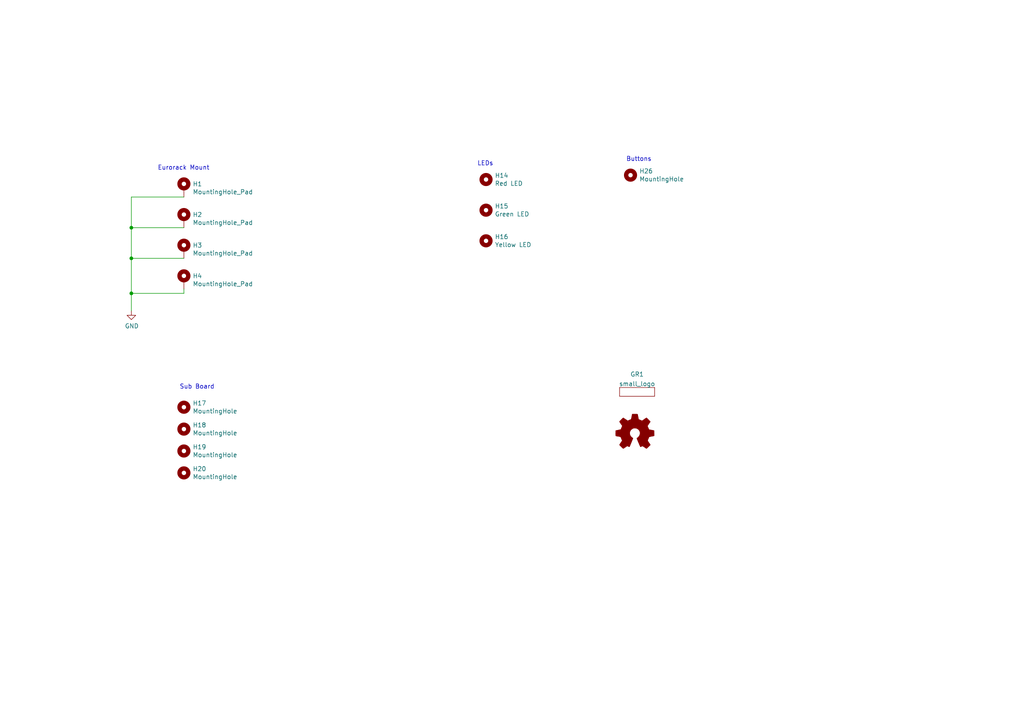
<source format=kicad_sch>
(kicad_sch (version 20211123) (generator eeschema)
  (paper "A4")
  (lib_symbols
    (symbol "Graphic:Logo_Open_Hardware_Small" (pin_names (offset 1.016))
      (symbol "Logo_Open_Hardware_Small_0_1"
        (polyline (pts (xy 3.3528 -4.3434) (xy 3.302 -4.318) (xy 3.175 -4.2418) (xy 2.9972 -4.1148) (xy 2.7686 -3.9624) (xy 2.54 -3.81) (xy 2.3622 -3.7084) (xy 2.2352 -3.6068) (xy 2.1844 -3.5814) (xy 2.159 -3.6068) (xy 2.0574 -3.6576) (xy 1.905 -3.7338) (xy 1.8034 -3.7846) (xy 1.6764 -3.8354) (xy 1.6002 -3.8354) (xy 1.6002 -3.8354) (xy 1.5494 -3.7338) (xy 1.4732 -3.5306) (xy 1.3462 -3.302) (xy 1.2446 -3.0226) (xy 1.1176 -2.7178) (xy 0.9652 -2.413) (xy 0.8636 -2.1082) (xy 0.7366 -1.8288) (xy 0.6604 -1.6256) (xy 0.6096 -1.4732) (xy 0.5842 -1.397) (xy 0.5842 -1.397) (xy 0.6604 -1.3208) (xy 0.7874 -1.2446) (xy 1.0414 -1.016) (xy 1.2954 -0.6858) (xy 1.4478 -0.3302) (xy 1.524 0.0762) (xy 1.4732 0.4572) (xy 1.3208 0.8128) (xy 1.0668 1.143) (xy 0.762 1.3716) (xy 0.4064 1.524) (xy 0 1.5748) (xy -0.381 1.5494) (xy -0.7366 1.397) (xy -1.0668 1.143) (xy -1.2192 0.9906) (xy -1.397 0.6604) (xy -1.524 0.3048) (xy -1.524 0.2286) (xy -1.4986 -0.1778) (xy -1.397 -0.5334) (xy -1.1938 -0.8636) (xy -0.9144 -1.143) (xy -0.8636 -1.1684) (xy -0.7366 -1.27) (xy -0.635 -1.3462) (xy -0.5842 -1.397) (xy -1.0668 -2.5908) (xy -1.143 -2.794) (xy -1.2954 -3.1242) (xy -1.397 -3.4036) (xy -1.4986 -3.6322) (xy -1.5748 -3.7846) (xy -1.6002 -3.8354) (xy -1.6002 -3.8354) (xy -1.651 -3.8354) (xy -1.7272 -3.81) (xy -1.905 -3.7338) (xy -2.0066 -3.683) (xy -2.1336 -3.6068) (xy -2.2098 -3.5814) (xy -2.2606 -3.6068) (xy -2.3622 -3.683) (xy -2.54 -3.81) (xy -2.7686 -3.9624) (xy -2.9718 -4.0894) (xy -3.1496 -4.2164) (xy -3.302 -4.318) (xy -3.3528 -4.3434) (xy -3.3782 -4.3434) (xy -3.429 -4.318) (xy -3.5306 -4.2164) (xy -3.7084 -4.064) (xy -3.937 -3.8354) (xy -3.9624 -3.81) (xy -4.1656 -3.6068) (xy -4.318 -3.4544) (xy -4.4196 -3.3274) (xy -4.445 -3.2766) (xy -4.445 -3.2766) (xy -4.4196 -3.2258) (xy -4.318 -3.0734) (xy -4.2164 -2.8956) (xy -4.064 -2.667) (xy -3.6576 -2.0828) (xy -3.8862 -1.5494) (xy -3.937 -1.3716) (xy -4.0386 -1.1684) (xy -4.0894 -1.0414) (xy -4.1148 -0.9652) (xy -4.191 -0.9398) (xy -4.318 -0.9144) (xy -4.5466 -0.8636) (xy -4.8006 -0.8128) (xy -5.0546 -0.7874) (xy -5.2578 -0.7366) (xy -5.4356 -0.7112) (xy -5.5118 -0.6858) (xy -5.5118 -0.6858) (xy -5.5372 -0.635) (xy -5.5372 -0.5588) (xy -5.5372 -0.4318) (xy -5.5626 -0.2286) (xy -5.5626 0.0762) (xy -5.5626 0.127) (xy -5.5372 0.4064) (xy -5.5372 0.635) (xy -5.5372 0.762) (xy -5.5372 0.8382) (xy -5.5372 0.8382) (xy -5.461 0.8382) (xy -5.3086 0.889) (xy -5.08 0.9144) (xy -4.826 0.9652) (xy -4.8006 0.9906) (xy -4.5466 1.0414) (xy -4.318 1.0668) (xy -4.1656 1.1176) (xy -4.0894 1.143) (xy -4.0894 1.143) (xy -4.0386 1.2446) (xy -3.9624 1.4224) (xy -3.8608 1.6256) (xy -3.7846 1.8288) (xy -3.7084 2.0066) (xy -3.6576 2.159) (xy -3.6322 2.2098) (xy -3.6322 2.2098) (xy -3.683 2.286) (xy -3.7592 2.413) (xy -3.8862 2.5908) (xy -4.064 2.8194) (xy -4.064 2.8448) (xy -4.2164 3.0734) (xy -4.3434 3.2512) (xy -4.4196 3.3782) (xy -4.445 3.4544) (xy -4.445 3.4544) (xy -4.3942 3.5052) (xy -4.2926 3.6322) (xy -4.1148 3.81) (xy -3.937 4.0132) (xy -3.8608 4.064) (xy -3.6576 4.2926) (xy -3.5052 4.4196) (xy -3.4036 4.4958) (xy -3.3528 4.5212) (xy -3.3528 4.5212) (xy -3.302 4.4704) (xy -3.1496 4.3688) (xy -2.9718 4.2418) (xy -2.7432 4.0894) (xy -2.7178 4.0894) (xy -2.4892 3.937) (xy -2.3114 3.81) (xy -2.1844 3.7084) (xy -2.1336 3.683) (xy -2.1082 3.683) (xy -2.032 3.7084) (xy -1.8542 3.7592) (xy -1.6764 3.8354) (xy -1.4732 3.937) (xy -1.27 4.0132) (xy -1.143 4.064) (xy -1.0668 4.1148) (xy -1.0668 4.1148) (xy -1.0414 4.191) (xy -1.016 4.3434) (xy -0.9652 4.572) (xy -0.9144 4.8514) (xy -0.889 4.9022) (xy -0.8382 5.1562) (xy -0.8128 5.3848) (xy -0.7874 5.5372) (xy -0.762 5.588) (xy -0.7112 5.6134) (xy -0.5842 5.6134) (xy -0.4064 5.6134) (xy -0.1524 5.6134) (xy 0.0762 5.6134) (xy 0.3302 5.6134) (xy 0.5334 5.6134) (xy 0.6858 5.588) (xy 0.7366 5.588) (xy 0.7366 5.588) (xy 0.762 5.5118) (xy 0.8128 5.334) (xy 0.8382 5.1054) (xy 0.9144 4.826) (xy 0.9144 4.7752) (xy 0.9652 4.5212) (xy 1.016 4.2926) (xy 1.0414 4.1402) (xy 1.0668 4.0894) (xy 1.0668 4.0894) (xy 1.1938 4.0386) (xy 1.3716 3.9624) (xy 1.5748 3.8608) (xy 2.0828 3.6576) (xy 2.7178 4.0894) (xy 2.7686 4.1402) (xy 2.9972 4.2926) (xy 3.175 4.4196) (xy 3.302 4.4958) (xy 3.3782 4.5212) (xy 3.3782 4.5212) (xy 3.429 4.4704) (xy 3.556 4.3434) (xy 3.7338 4.191) (xy 3.9116 3.9878) (xy 4.064 3.8354) (xy 4.2418 3.6576) (xy 4.3434 3.556) (xy 4.4196 3.4798) (xy 4.4196 3.429) (xy 4.4196 3.4036) (xy 4.3942 3.3274) (xy 4.2926 3.2004) (xy 4.1656 2.9972) (xy 4.0132 2.794) (xy 3.8862 2.5908) (xy 3.7592 2.3876) (xy 3.6576 2.2352) (xy 3.6322 2.159) (xy 3.6322 2.1336) (xy 3.683 2.0066) (xy 3.7592 1.8288) (xy 3.8608 1.6002) (xy 4.064 1.1176) (xy 4.3942 1.0414) (xy 4.5974 1.016) (xy 4.8768 0.9652) (xy 5.1308 0.9144) (xy 5.5372 0.8382) (xy 5.5626 -0.6604) (xy 5.4864 -0.6858) (xy 5.4356 -0.6858) (xy 5.2832 -0.7366) (xy 5.0546 -0.762) (xy 4.8006 -0.8128) (xy 4.5974 -0.8636) (xy 4.3688 -0.9144) (xy 4.2164 -0.9398) (xy 4.1402 -0.9398) (xy 4.1148 -0.9652) (xy 4.064 -1.0668) (xy 3.9878 -1.2446) (xy 3.9116 -1.4478) (xy 3.81 -1.651) (xy 3.7338 -1.8542) (xy 3.683 -2.0066) (xy 3.6576 -2.0828) (xy 3.683 -2.1336) (xy 3.7846 -2.2606) (xy 3.8862 -2.4638) (xy 4.0386 -2.667) (xy 4.191 -2.8956) (xy 4.318 -3.0734) (xy 4.3942 -3.2004) (xy 4.445 -3.2766) (xy 4.4196 -3.3274) (xy 4.3434 -3.429) (xy 4.1656 -3.5814) (xy 3.937 -3.8354) (xy 3.8862 -3.8608) (xy 3.683 -4.064) (xy 3.5306 -4.2164) (xy 3.4036 -4.318) (xy 3.3528 -4.3434)) (fill (type outline)))
      )
    )
    (symbol "Mechanical:MountingHole" (pin_names (offset 1.016))
      (property "Reference" "H" (at 0 5.08 0))
      (property "Value" "MountingHole" (at 0 3.175 0))
      (symbol "MountingHole_0_1"
        (circle (center 0 0) (radius 1.27) (stroke (width 1.27)))
      )
    )
    (symbol "Mechanical:MountingHole_Pad" (pin_numbers hide) (pin_names (offset 1.016) hide)
      (property "Reference" "H" (at 0 6.35 0))
      (property "Value" "MountingHole_Pad" (at 0 4.445 0))
      (symbol "MountingHole_Pad_0_1"
        (circle (center 0 1.27) (radius 1.27) (stroke (width 1.27)))
      )
      (symbol "MountingHole_Pad_1_1"
        (pin input line (at 0 -2.54 90) (length 2.54) (name "1") (number "1"))
      )
    )
    (symbol "greenface-symbols:small_logo" (pin_numbers hide) (pin_names (offset 0) hide)
      (property "Reference" "GR" (at 0 -2.54 0))
      (property "Value" "small_logo" (at 0 0 0))
      (symbol "small_logo_0_1"
        (rectangle (start -5.08 -1.27) (end -5.08 1.27))
        (rectangle (start -5.08 1.27) (end 5.08 1.27))
        (rectangle (start 5.08 -1.27) (end -5.08 -1.27))
        (rectangle (start 5.08 1.27) (end 5.08 -1.27))
      )
    )
    (symbol "power:GND" (power) (pin_names (offset 0))
      (property "Value" "GND" (at 0 -3.81 0))
      (symbol "GND_0_1"
        (polyline (pts (xy 0 0) (xy 0 -1.27) (xy 1.27 -1.27) (xy 0 -2.54) (xy -1.27 -1.27) (xy 0 -1.27)))
      )
      (symbol "GND_1_1"
        (pin power_in line (at 0 0 270) (length 0) hide (name "GND") (number "1"))
      )
    )
  )
  (junction (at 38.1 66.04))
  (junction (at 38.1 74.93))
  (junction (at 38.1 85.09))
  (wire (pts (xy 38.1 57.15) (xy 53.34 57.15)))
  (wire (pts (xy 38.1 85.09) (xy 38.1 74.93)))
  (wire (pts (xy 38.1 66.04) (xy 53.34 66.04)))
  (wire (pts (xy 53.34 85.09) (xy 53.34 83.82)))
  (wire (pts (xy 38.1 74.93) (xy 38.1 66.04)))
  (wire (pts (xy 38.1 74.93) (xy 53.34 74.93)))
  (wire (pts (xy 38.1 66.04) (xy 38.1 57.15)))
  (wire (pts (xy 53.34 85.09) (xy 38.1 85.09)))
  (wire (pts (xy 38.1 90.17) (xy 38.1 85.09)))
  (text "Buttons" (at 181.61 46.99 0) (effects (font (size 1.27 1.27)) (justify left bottom)))
  (text "Sub Board" (at 52.07 113.03 0) (effects (font (size 1.27 1.27)) (justify left bottom)))
  (text "LEDs" (at 138.43 48.26 0) (effects (font (size 1.27 1.27)) (justify left bottom)))
  (text "Eurorack Mount" (at 45.72 49.53 0) (effects (font (size 1.27 1.27)) (justify left bottom)))
  (symbol (lib_id "Mechanical:MountingHole_Pad") (at 53.34 54.61 0) (unit 1)
    (property "Reference" "H1" (at 55.88 53.3654 0) (effects (justify left)))
    (property "Value" "MountingHole_Pad" (at 55.88 55.6768 0) (effects (justify left)))
    (property "Footprint" "panel:MountingHole_3.2mm_M3_SmPad" (effects hide))
  )
  (symbol (lib_id "Mechanical:MountingHole_Pad") (at 53.34 63.5 0) (unit 1)
    (property "Reference" "H2" (at 55.88 62.2554 0) (effects (justify left)))
    (property "Value" "MountingHole_Pad" (at 55.88 64.5668 0) (effects (justify left)))
    (property "Footprint" "panel:MountingHole_3.2mm_M3_SmPad" (effects hide))
  )
  (symbol (lib_id "Mechanical:MountingHole_Pad") (at 53.34 72.39 0) (unit 1)
    (property "Reference" "H3" (at 55.88 71.1454 0) (effects (justify left)))
    (property "Value" "MountingHole_Pad" (at 55.88 73.4568 0) (effects (justify left)))
    (property "Footprint" "panel:MountingHole_3.2mm_M3_SmPad" (effects hide))
  )
  (symbol (lib_id "Mechanical:MountingHole_Pad") (at 53.34 81.28 0) (unit 1)
    (property "Reference" "H4" (at 55.88 80.0354 0) (effects (justify left)))
    (property "Value" "MountingHole_Pad" (at 55.88 82.3468 0) (effects (justify left)))
    (property "Footprint" "panel:MountingHole_3.2mm_M3_SmPad" (effects hide))
  )
  (symbol (lib_id "Mechanical:MountingHole") (at 140.97 52.07 0) (unit 1)
    (property "Reference" "H14" (at 143.51 50.9016 0) (effects (justify left)))
    (property "Value" "Red LED" (at 143.51 53.213 0) (effects (justify left)))
    (property "Footprint" "panel:3mmLED" (effects hide))
  )
  (symbol (lib_id "Mechanical:MountingHole") (at 140.97 60.96 0) (unit 1)
    (property "Reference" "H15" (at 143.51 59.7916 0) (effects (justify left)))
    (property "Value" "Green LED" (at 143.51 62.103 0) (effects (justify left)))
    (property "Footprint" "panel:3mmLED" (effects hide))
  )
  (symbol (lib_id "Mechanical:MountingHole") (at 53.34 118.11 0) (unit 1)
    (property "Reference" "H17" (at 55.88 116.9416 0) (effects (justify left)))
    (property "Value" "MountingHole" (at 55.88 119.253 0) (effects (justify left)))
    (property "Footprint" "MountingHole:MountingHole_2.5mm" (effects hide))
  )
  (symbol (lib_id "Mechanical:MountingHole") (at 53.34 124.46 0) (unit 1)
    (property "Reference" "H18" (at 55.88 123.2916 0) (effects (justify left)))
    (property "Value" "MountingHole" (at 55.88 125.603 0) (effects (justify left)))
    (property "Footprint" "MountingHole:MountingHole_2.5mm" (effects hide))
  )
  (symbol (lib_id "Mechanical:MountingHole") (at 53.34 130.81 0) (unit 1)
    (property "Reference" "H19" (at 55.88 129.6416 0) (effects (justify left)))
    (property "Value" "MountingHole" (at 55.88 131.953 0) (effects (justify left)))
    (property "Footprint" "MountingHole:MountingHole_2.5mm" (effects hide))
  )
  (symbol (lib_id "Mechanical:MountingHole") (at 53.34 137.16 0) (unit 1)
    (property "Reference" "H20" (at 55.88 135.9916 0) (effects (justify left)))
    (property "Value" "MountingHole" (at 55.88 138.303 0) (effects (justify left)))
    (property "Footprint" "MountingHole:MountingHole_2.5mm" (effects hide))
  )
  (symbol (lib_id "power:GND") (at 38.1 90.17 0) (unit 1)
    (property "Reference" "#PWR01" (effects hide))
    (property "Value" "GND" (at 38.227 94.5642 0))
  )
  (symbol (lib_id "Mechanical:MountingHole") (at 182.88 50.8 0) (unit 1)
    (property "Reference" "H26" (at 185.42 49.6316 0) (effects (justify left)))
    (property "Value" "MountingHole" (at 185.42 51.943 0) (effects (justify left)))
    (property "Footprint" "panel:PushButton3.7mm" (effects hide))
  )
  (symbol (lib_id "Graphic:Logo_Open_Hardware_Small") (at 184.15 125.73 0) (unit 1)
    (property "Reference" "#LOGO1" (effects hide))
    (property "Value" "Logo_Open_Hardware_Small" (effects hide))
  )
  (symbol (lib_id "Mechanical:MountingHole") (at 140.97 69.85 0) (unit 1)
    (property "Reference" "H16" (at 143.51 68.6816 0) (effects (justify left)))
    (property "Value" "Yellow LED" (at 143.51 70.993 0) (effects (justify left)))
    (property "Footprint" "panel:3mmLED" (effects hide))
  )
  (symbol (lib_id "greenface-symbols:small_logo") (at 184.785 113.665 0) (unit 1)
    (property "Reference" "GR1" (at 184.785 108.5555 0))
    (property "Value" "small_logo" (at 184.785 111.3306 0))
    (property "Footprint" "panel:small_face" (effects hide))
  )
)
</source>
